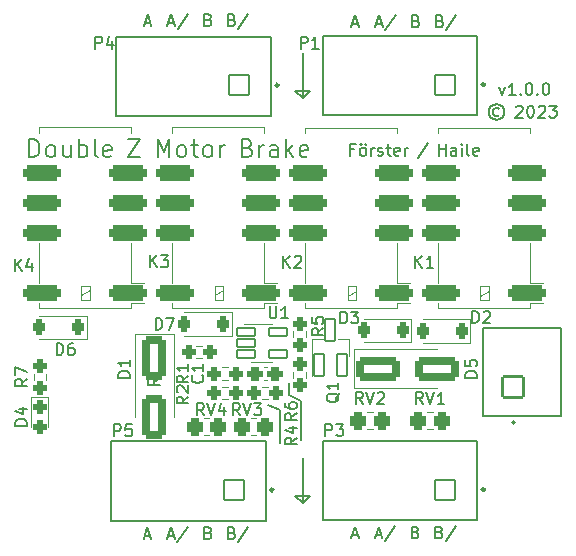
<source format=gto>
%TF.GenerationSoftware,KiCad,Pcbnew,(7.0.0)*%
%TF.CreationDate,2023-03-20T10:58:12+01:00*%
%TF.ProjectId,Z_Brake,5a5f4272-616b-4652-9e6b-696361645f70,rev?*%
%TF.SameCoordinates,Original*%
%TF.FileFunction,Legend,Top*%
%TF.FilePolarity,Positive*%
%FSLAX46Y46*%
G04 Gerber Fmt 4.6, Leading zero omitted, Abs format (unit mm)*
G04 Created by KiCad (PCBNEW (7.0.0)) date 2023-03-20 10:58:12*
%MOMM*%
%LPD*%
G01*
G04 APERTURE LIST*
G04 Aperture macros list*
%AMRoundRect*
0 Rectangle with rounded corners*
0 $1 Rounding radius*
0 $2 $3 $4 $5 $6 $7 $8 $9 X,Y pos of 4 corners*
0 Add a 4 corners polygon primitive as box body*
4,1,4,$2,$3,$4,$5,$6,$7,$8,$9,$2,$3,0*
0 Add four circle primitives for the rounded corners*
1,1,$1+$1,$2,$3*
1,1,$1+$1,$4,$5*
1,1,$1+$1,$6,$7*
1,1,$1+$1,$8,$9*
0 Add four rect primitives between the rounded corners*
20,1,$1+$1,$2,$3,$4,$5,0*
20,1,$1+$1,$4,$5,$6,$7,0*
20,1,$1+$1,$6,$7,$8,$9,0*
20,1,$1+$1,$8,$9,$2,$3,0*%
G04 Aperture macros list end*
%ADD10C,0.150000*%
%ADD11C,0.200000*%
%ADD12C,0.120000*%
%ADD13C,0.127000*%
%ADD14C,0.250000*%
%ADD15RoundRect,0.337500X0.300000X0.237500X-0.300000X0.237500X-0.300000X-0.237500X0.300000X-0.237500X0*%
%ADD16RoundRect,0.325000X0.225000X0.375000X-0.225000X0.375000X-0.225000X-0.375000X0.225000X-0.375000X0*%
%ADD17RoundRect,0.337500X-0.237500X0.287500X-0.237500X-0.287500X0.237500X-0.287500X0.237500X0.287500X0*%
%ADD18RoundRect,0.350000X-1.500000X-0.650000X1.500000X-0.650000X1.500000X0.650000X-1.500000X0.650000X0*%
%ADD19C,5.200000*%
%ADD20RoundRect,0.100000X-0.877500X0.877500X-0.877500X-0.877500X0.877500X-0.877500X0.877500X0.877500X0*%
%ADD21C,1.955000*%
%ADD22RoundRect,0.100000X0.400000X-0.950000X0.400000X0.950000X-0.400000X0.950000X-0.400000X-0.950000X0*%
%ADD23RoundRect,0.337500X0.250000X0.237500X-0.250000X0.237500X-0.250000X-0.237500X0.250000X-0.237500X0*%
%ADD24RoundRect,0.337500X-0.250000X-0.237500X0.250000X-0.237500X0.250000X0.237500X-0.250000X0.237500X0*%
%ADD25RoundRect,0.337500X-0.237500X0.250000X-0.237500X-0.250000X0.237500X-0.250000X0.237500X0.250000X0*%
%ADD26RoundRect,0.337500X0.237500X-0.250000X0.237500X0.250000X-0.237500X0.250000X-0.237500X-0.250000X0*%
%ADD27RoundRect,0.350000X0.350000X0.450000X-0.350000X0.450000X-0.350000X-0.450000X0.350000X-0.450000X0*%
%ADD28RoundRect,0.100000X-0.780000X-0.325000X0.780000X-0.325000X0.780000X0.325000X-0.780000X0.325000X0*%
%ADD29RoundRect,0.100000X-0.845000X-0.845000X0.845000X-0.845000X0.845000X0.845000X-0.845000X0.845000X0*%
%ADD30C,1.890000*%
%ADD31RoundRect,0.350000X-0.650000X1.500000X-0.650000X-1.500000X0.650000X-1.500000X0.650000X1.500000X0*%
%ADD32RoundRect,0.349750X1.250250X-0.305250X1.250250X0.305250X-1.250250X0.305250X-1.250250X-0.305250X0*%
G04 APERTURE END LIST*
D10*
X81280000Y-84455000D02*
X80645000Y-85090000D01*
X81280000Y-118745000D02*
X80645000Y-119380000D01*
X80645000Y-115570000D02*
X80645000Y-119380000D01*
X80010000Y-118745000D02*
X81280000Y-118745000D01*
X80645000Y-119380000D02*
X80010000Y-118745000D01*
X79502000Y-110236000D02*
X79502000Y-109220000D01*
X80010000Y-84455000D02*
X81280000Y-84455000D01*
X80518000Y-114046000D02*
X80518000Y-110744000D01*
X80645000Y-85090000D02*
X80010000Y-84455000D01*
X78740000Y-114300000D02*
X78740000Y-111506000D01*
X80645000Y-81280000D02*
X80645000Y-85090000D01*
X78740000Y-111506000D02*
X77724000Y-111048800D01*
X80518000Y-110744000D02*
X79502000Y-110236000D01*
X86898095Y-78781666D02*
X87374285Y-78781666D01*
X86802857Y-79067380D02*
X87136190Y-78067380D01*
X87136190Y-78067380D02*
X87469523Y-79067380D01*
X88517142Y-78019761D02*
X87660000Y-79305476D01*
X90271428Y-78543571D02*
X90414285Y-78591190D01*
X90414285Y-78591190D02*
X90461904Y-78638809D01*
X90461904Y-78638809D02*
X90509523Y-78734047D01*
X90509523Y-78734047D02*
X90509523Y-78876904D01*
X90509523Y-78876904D02*
X90461904Y-78972142D01*
X90461904Y-78972142D02*
X90414285Y-79019761D01*
X90414285Y-79019761D02*
X90319047Y-79067380D01*
X90319047Y-79067380D02*
X89938095Y-79067380D01*
X89938095Y-79067380D02*
X89938095Y-78067380D01*
X89938095Y-78067380D02*
X90271428Y-78067380D01*
X90271428Y-78067380D02*
X90366666Y-78115000D01*
X90366666Y-78115000D02*
X90414285Y-78162619D01*
X90414285Y-78162619D02*
X90461904Y-78257857D01*
X90461904Y-78257857D02*
X90461904Y-78353095D01*
X90461904Y-78353095D02*
X90414285Y-78448333D01*
X90414285Y-78448333D02*
X90366666Y-78495952D01*
X90366666Y-78495952D02*
X90271428Y-78543571D01*
X90271428Y-78543571D02*
X89938095Y-78543571D01*
X92287619Y-78543571D02*
X92430476Y-78591190D01*
X92430476Y-78591190D02*
X92478095Y-78638809D01*
X92478095Y-78638809D02*
X92525714Y-78734047D01*
X92525714Y-78734047D02*
X92525714Y-78876904D01*
X92525714Y-78876904D02*
X92478095Y-78972142D01*
X92478095Y-78972142D02*
X92430476Y-79019761D01*
X92430476Y-79019761D02*
X92335238Y-79067380D01*
X92335238Y-79067380D02*
X91954286Y-79067380D01*
X91954286Y-79067380D02*
X91954286Y-78067380D01*
X91954286Y-78067380D02*
X92287619Y-78067380D01*
X92287619Y-78067380D02*
X92382857Y-78115000D01*
X92382857Y-78115000D02*
X92430476Y-78162619D01*
X92430476Y-78162619D02*
X92478095Y-78257857D01*
X92478095Y-78257857D02*
X92478095Y-78353095D01*
X92478095Y-78353095D02*
X92430476Y-78448333D01*
X92430476Y-78448333D02*
X92382857Y-78495952D01*
X92382857Y-78495952D02*
X92287619Y-78543571D01*
X92287619Y-78543571D02*
X91954286Y-78543571D01*
X93668571Y-78019761D02*
X92811429Y-79305476D01*
X97262819Y-85965476D02*
X97167580Y-85917857D01*
X97167580Y-85917857D02*
X96977104Y-85917857D01*
X96977104Y-85917857D02*
X96881866Y-85965476D01*
X96881866Y-85965476D02*
X96786628Y-86060714D01*
X96786628Y-86060714D02*
X96739009Y-86155952D01*
X96739009Y-86155952D02*
X96739009Y-86346428D01*
X96739009Y-86346428D02*
X96786628Y-86441666D01*
X96786628Y-86441666D02*
X96881866Y-86536904D01*
X96881866Y-86536904D02*
X96977104Y-86584523D01*
X96977104Y-86584523D02*
X97167580Y-86584523D01*
X97167580Y-86584523D02*
X97262819Y-86536904D01*
X97072342Y-85584523D02*
X96834247Y-85632142D01*
X96834247Y-85632142D02*
X96596152Y-85775000D01*
X96596152Y-85775000D02*
X96453295Y-86013095D01*
X96453295Y-86013095D02*
X96405676Y-86251190D01*
X96405676Y-86251190D02*
X96453295Y-86489285D01*
X96453295Y-86489285D02*
X96596152Y-86727380D01*
X96596152Y-86727380D02*
X96834247Y-86870238D01*
X96834247Y-86870238D02*
X97072342Y-86917857D01*
X97072342Y-86917857D02*
X97310438Y-86870238D01*
X97310438Y-86870238D02*
X97548533Y-86727380D01*
X97548533Y-86727380D02*
X97691390Y-86489285D01*
X97691390Y-86489285D02*
X97739009Y-86251190D01*
X97739009Y-86251190D02*
X97691390Y-86013095D01*
X97691390Y-86013095D02*
X97548533Y-85775000D01*
X97548533Y-85775000D02*
X97310438Y-85632142D01*
X97310438Y-85632142D02*
X97072342Y-85584523D01*
X98719962Y-85822619D02*
X98767581Y-85775000D01*
X98767581Y-85775000D02*
X98862819Y-85727380D01*
X98862819Y-85727380D02*
X99100914Y-85727380D01*
X99100914Y-85727380D02*
X99196152Y-85775000D01*
X99196152Y-85775000D02*
X99243771Y-85822619D01*
X99243771Y-85822619D02*
X99291390Y-85917857D01*
X99291390Y-85917857D02*
X99291390Y-86013095D01*
X99291390Y-86013095D02*
X99243771Y-86155952D01*
X99243771Y-86155952D02*
X98672343Y-86727380D01*
X98672343Y-86727380D02*
X99291390Y-86727380D01*
X99910438Y-85727380D02*
X100005676Y-85727380D01*
X100005676Y-85727380D02*
X100100914Y-85775000D01*
X100100914Y-85775000D02*
X100148533Y-85822619D01*
X100148533Y-85822619D02*
X100196152Y-85917857D01*
X100196152Y-85917857D02*
X100243771Y-86108333D01*
X100243771Y-86108333D02*
X100243771Y-86346428D01*
X100243771Y-86346428D02*
X100196152Y-86536904D01*
X100196152Y-86536904D02*
X100148533Y-86632142D01*
X100148533Y-86632142D02*
X100100914Y-86679761D01*
X100100914Y-86679761D02*
X100005676Y-86727380D01*
X100005676Y-86727380D02*
X99910438Y-86727380D01*
X99910438Y-86727380D02*
X99815200Y-86679761D01*
X99815200Y-86679761D02*
X99767581Y-86632142D01*
X99767581Y-86632142D02*
X99719962Y-86536904D01*
X99719962Y-86536904D02*
X99672343Y-86346428D01*
X99672343Y-86346428D02*
X99672343Y-86108333D01*
X99672343Y-86108333D02*
X99719962Y-85917857D01*
X99719962Y-85917857D02*
X99767581Y-85822619D01*
X99767581Y-85822619D02*
X99815200Y-85775000D01*
X99815200Y-85775000D02*
X99910438Y-85727380D01*
X100624724Y-85822619D02*
X100672343Y-85775000D01*
X100672343Y-85775000D02*
X100767581Y-85727380D01*
X100767581Y-85727380D02*
X101005676Y-85727380D01*
X101005676Y-85727380D02*
X101100914Y-85775000D01*
X101100914Y-85775000D02*
X101148533Y-85822619D01*
X101148533Y-85822619D02*
X101196152Y-85917857D01*
X101196152Y-85917857D02*
X101196152Y-86013095D01*
X101196152Y-86013095D02*
X101148533Y-86155952D01*
X101148533Y-86155952D02*
X100577105Y-86727380D01*
X100577105Y-86727380D02*
X101196152Y-86727380D01*
X101529486Y-85727380D02*
X102148533Y-85727380D01*
X102148533Y-85727380D02*
X101815200Y-86108333D01*
X101815200Y-86108333D02*
X101958057Y-86108333D01*
X101958057Y-86108333D02*
X102053295Y-86155952D01*
X102053295Y-86155952D02*
X102100914Y-86203571D01*
X102100914Y-86203571D02*
X102148533Y-86298809D01*
X102148533Y-86298809D02*
X102148533Y-86536904D01*
X102148533Y-86536904D02*
X102100914Y-86632142D01*
X102100914Y-86632142D02*
X102053295Y-86679761D01*
X102053295Y-86679761D02*
X101958057Y-86727380D01*
X101958057Y-86727380D02*
X101672343Y-86727380D01*
X101672343Y-86727380D02*
X101577105Y-86679761D01*
X101577105Y-86679761D02*
X101529486Y-86632142D01*
X97297857Y-84155714D02*
X97535952Y-84822380D01*
X97535952Y-84822380D02*
X97774047Y-84155714D01*
X98678809Y-84822380D02*
X98107381Y-84822380D01*
X98393095Y-84822380D02*
X98393095Y-83822380D01*
X98393095Y-83822380D02*
X98297857Y-83965238D01*
X98297857Y-83965238D02*
X98202619Y-84060476D01*
X98202619Y-84060476D02*
X98107381Y-84108095D01*
X99107381Y-84727142D02*
X99155000Y-84774761D01*
X99155000Y-84774761D02*
X99107381Y-84822380D01*
X99107381Y-84822380D02*
X99059762Y-84774761D01*
X99059762Y-84774761D02*
X99107381Y-84727142D01*
X99107381Y-84727142D02*
X99107381Y-84822380D01*
X99774047Y-83822380D02*
X99869285Y-83822380D01*
X99869285Y-83822380D02*
X99964523Y-83870000D01*
X99964523Y-83870000D02*
X100012142Y-83917619D01*
X100012142Y-83917619D02*
X100059761Y-84012857D01*
X100059761Y-84012857D02*
X100107380Y-84203333D01*
X100107380Y-84203333D02*
X100107380Y-84441428D01*
X100107380Y-84441428D02*
X100059761Y-84631904D01*
X100059761Y-84631904D02*
X100012142Y-84727142D01*
X100012142Y-84727142D02*
X99964523Y-84774761D01*
X99964523Y-84774761D02*
X99869285Y-84822380D01*
X99869285Y-84822380D02*
X99774047Y-84822380D01*
X99774047Y-84822380D02*
X99678809Y-84774761D01*
X99678809Y-84774761D02*
X99631190Y-84727142D01*
X99631190Y-84727142D02*
X99583571Y-84631904D01*
X99583571Y-84631904D02*
X99535952Y-84441428D01*
X99535952Y-84441428D02*
X99535952Y-84203333D01*
X99535952Y-84203333D02*
X99583571Y-84012857D01*
X99583571Y-84012857D02*
X99631190Y-83917619D01*
X99631190Y-83917619D02*
X99678809Y-83870000D01*
X99678809Y-83870000D02*
X99774047Y-83822380D01*
X100535952Y-84727142D02*
X100583571Y-84774761D01*
X100583571Y-84774761D02*
X100535952Y-84822380D01*
X100535952Y-84822380D02*
X100488333Y-84774761D01*
X100488333Y-84774761D02*
X100535952Y-84727142D01*
X100535952Y-84727142D02*
X100535952Y-84822380D01*
X101202618Y-83822380D02*
X101297856Y-83822380D01*
X101297856Y-83822380D02*
X101393094Y-83870000D01*
X101393094Y-83870000D02*
X101440713Y-83917619D01*
X101440713Y-83917619D02*
X101488332Y-84012857D01*
X101488332Y-84012857D02*
X101535951Y-84203333D01*
X101535951Y-84203333D02*
X101535951Y-84441428D01*
X101535951Y-84441428D02*
X101488332Y-84631904D01*
X101488332Y-84631904D02*
X101440713Y-84727142D01*
X101440713Y-84727142D02*
X101393094Y-84774761D01*
X101393094Y-84774761D02*
X101297856Y-84822380D01*
X101297856Y-84822380D02*
X101202618Y-84822380D01*
X101202618Y-84822380D02*
X101107380Y-84774761D01*
X101107380Y-84774761D02*
X101059761Y-84727142D01*
X101059761Y-84727142D02*
X101012142Y-84631904D01*
X101012142Y-84631904D02*
X100964523Y-84441428D01*
X100964523Y-84441428D02*
X100964523Y-84203333D01*
X100964523Y-84203333D02*
X101012142Y-84012857D01*
X101012142Y-84012857D02*
X101059761Y-83917619D01*
X101059761Y-83917619D02*
X101107380Y-83870000D01*
X101107380Y-83870000D02*
X101202618Y-83822380D01*
X72664628Y-121890571D02*
X72807485Y-121938190D01*
X72807485Y-121938190D02*
X72855104Y-121985809D01*
X72855104Y-121985809D02*
X72902723Y-122081047D01*
X72902723Y-122081047D02*
X72902723Y-122223904D01*
X72902723Y-122223904D02*
X72855104Y-122319142D01*
X72855104Y-122319142D02*
X72807485Y-122366761D01*
X72807485Y-122366761D02*
X72712247Y-122414380D01*
X72712247Y-122414380D02*
X72331295Y-122414380D01*
X72331295Y-122414380D02*
X72331295Y-121414380D01*
X72331295Y-121414380D02*
X72664628Y-121414380D01*
X72664628Y-121414380D02*
X72759866Y-121462000D01*
X72759866Y-121462000D02*
X72807485Y-121509619D01*
X72807485Y-121509619D02*
X72855104Y-121604857D01*
X72855104Y-121604857D02*
X72855104Y-121700095D01*
X72855104Y-121700095D02*
X72807485Y-121795333D01*
X72807485Y-121795333D02*
X72759866Y-121842952D01*
X72759866Y-121842952D02*
X72664628Y-121890571D01*
X72664628Y-121890571D02*
X72331295Y-121890571D01*
X67275105Y-122128666D02*
X67751295Y-122128666D01*
X67179867Y-122414380D02*
X67513200Y-121414380D01*
X67513200Y-121414380D02*
X67846533Y-122414380D01*
X67281905Y-78681666D02*
X67758095Y-78681666D01*
X67186667Y-78967380D02*
X67520000Y-77967380D01*
X67520000Y-77967380D02*
X67853333Y-78967380D01*
X85026428Y-89428571D02*
X84693095Y-89428571D01*
X84693095Y-89952380D02*
X84693095Y-88952380D01*
X84693095Y-88952380D02*
X85169285Y-88952380D01*
X85693095Y-89952380D02*
X85597857Y-89904761D01*
X85597857Y-89904761D02*
X85550238Y-89857142D01*
X85550238Y-89857142D02*
X85502619Y-89761904D01*
X85502619Y-89761904D02*
X85502619Y-89476190D01*
X85502619Y-89476190D02*
X85550238Y-89380952D01*
X85550238Y-89380952D02*
X85597857Y-89333333D01*
X85597857Y-89333333D02*
X85693095Y-89285714D01*
X85693095Y-89285714D02*
X85835952Y-89285714D01*
X85835952Y-89285714D02*
X85931190Y-89333333D01*
X85931190Y-89333333D02*
X85978809Y-89380952D01*
X85978809Y-89380952D02*
X86026428Y-89476190D01*
X86026428Y-89476190D02*
X86026428Y-89761904D01*
X86026428Y-89761904D02*
X85978809Y-89857142D01*
X85978809Y-89857142D02*
X85931190Y-89904761D01*
X85931190Y-89904761D02*
X85835952Y-89952380D01*
X85835952Y-89952380D02*
X85693095Y-89952380D01*
X85597857Y-88952380D02*
X85645476Y-89000000D01*
X85645476Y-89000000D02*
X85597857Y-89047619D01*
X85597857Y-89047619D02*
X85550238Y-89000000D01*
X85550238Y-89000000D02*
X85597857Y-88952380D01*
X85597857Y-88952380D02*
X85597857Y-89047619D01*
X85978809Y-88952380D02*
X86026428Y-89000000D01*
X86026428Y-89000000D02*
X85978809Y-89047619D01*
X85978809Y-89047619D02*
X85931190Y-89000000D01*
X85931190Y-89000000D02*
X85978809Y-88952380D01*
X85978809Y-88952380D02*
X85978809Y-89047619D01*
X86455000Y-89952380D02*
X86455000Y-89285714D01*
X86455000Y-89476190D02*
X86502619Y-89380952D01*
X86502619Y-89380952D02*
X86550238Y-89333333D01*
X86550238Y-89333333D02*
X86645476Y-89285714D01*
X86645476Y-89285714D02*
X86740714Y-89285714D01*
X87026429Y-89904761D02*
X87121667Y-89952380D01*
X87121667Y-89952380D02*
X87312143Y-89952380D01*
X87312143Y-89952380D02*
X87407381Y-89904761D01*
X87407381Y-89904761D02*
X87455000Y-89809523D01*
X87455000Y-89809523D02*
X87455000Y-89761904D01*
X87455000Y-89761904D02*
X87407381Y-89666666D01*
X87407381Y-89666666D02*
X87312143Y-89619047D01*
X87312143Y-89619047D02*
X87169286Y-89619047D01*
X87169286Y-89619047D02*
X87074048Y-89571428D01*
X87074048Y-89571428D02*
X87026429Y-89476190D01*
X87026429Y-89476190D02*
X87026429Y-89428571D01*
X87026429Y-89428571D02*
X87074048Y-89333333D01*
X87074048Y-89333333D02*
X87169286Y-89285714D01*
X87169286Y-89285714D02*
X87312143Y-89285714D01*
X87312143Y-89285714D02*
X87407381Y-89333333D01*
X87740715Y-89285714D02*
X88121667Y-89285714D01*
X87883572Y-88952380D02*
X87883572Y-89809523D01*
X87883572Y-89809523D02*
X87931191Y-89904761D01*
X87931191Y-89904761D02*
X88026429Y-89952380D01*
X88026429Y-89952380D02*
X88121667Y-89952380D01*
X88835953Y-89904761D02*
X88740715Y-89952380D01*
X88740715Y-89952380D02*
X88550239Y-89952380D01*
X88550239Y-89952380D02*
X88455001Y-89904761D01*
X88455001Y-89904761D02*
X88407382Y-89809523D01*
X88407382Y-89809523D02*
X88407382Y-89428571D01*
X88407382Y-89428571D02*
X88455001Y-89333333D01*
X88455001Y-89333333D02*
X88550239Y-89285714D01*
X88550239Y-89285714D02*
X88740715Y-89285714D01*
X88740715Y-89285714D02*
X88835953Y-89333333D01*
X88835953Y-89333333D02*
X88883572Y-89428571D01*
X88883572Y-89428571D02*
X88883572Y-89523809D01*
X88883572Y-89523809D02*
X88407382Y-89619047D01*
X89312144Y-89952380D02*
X89312144Y-89285714D01*
X89312144Y-89476190D02*
X89359763Y-89380952D01*
X89359763Y-89380952D02*
X89407382Y-89333333D01*
X89407382Y-89333333D02*
X89502620Y-89285714D01*
X89502620Y-89285714D02*
X89597858Y-89285714D01*
X91245477Y-88904761D02*
X90388335Y-90190476D01*
X92178811Y-89952380D02*
X92178811Y-88952380D01*
X92178811Y-89428571D02*
X92750239Y-89428571D01*
X92750239Y-89952380D02*
X92750239Y-88952380D01*
X93655001Y-89952380D02*
X93655001Y-89428571D01*
X93655001Y-89428571D02*
X93607382Y-89333333D01*
X93607382Y-89333333D02*
X93512144Y-89285714D01*
X93512144Y-89285714D02*
X93321668Y-89285714D01*
X93321668Y-89285714D02*
X93226430Y-89333333D01*
X93655001Y-89904761D02*
X93559763Y-89952380D01*
X93559763Y-89952380D02*
X93321668Y-89952380D01*
X93321668Y-89952380D02*
X93226430Y-89904761D01*
X93226430Y-89904761D02*
X93178811Y-89809523D01*
X93178811Y-89809523D02*
X93178811Y-89714285D01*
X93178811Y-89714285D02*
X93226430Y-89619047D01*
X93226430Y-89619047D02*
X93321668Y-89571428D01*
X93321668Y-89571428D02*
X93559763Y-89571428D01*
X93559763Y-89571428D02*
X93655001Y-89523809D01*
X94131192Y-89952380D02*
X94131192Y-89285714D01*
X94131192Y-88952380D02*
X94083573Y-89000000D01*
X94083573Y-89000000D02*
X94131192Y-89047619D01*
X94131192Y-89047619D02*
X94178811Y-89000000D01*
X94178811Y-89000000D02*
X94131192Y-88952380D01*
X94131192Y-88952380D02*
X94131192Y-89047619D01*
X94750239Y-89952380D02*
X94655001Y-89904761D01*
X94655001Y-89904761D02*
X94607382Y-89809523D01*
X94607382Y-89809523D02*
X94607382Y-88952380D01*
X95512144Y-89904761D02*
X95416906Y-89952380D01*
X95416906Y-89952380D02*
X95226430Y-89952380D01*
X95226430Y-89952380D02*
X95131192Y-89904761D01*
X95131192Y-89904761D02*
X95083573Y-89809523D01*
X95083573Y-89809523D02*
X95083573Y-89428571D01*
X95083573Y-89428571D02*
X95131192Y-89333333D01*
X95131192Y-89333333D02*
X95226430Y-89285714D01*
X95226430Y-89285714D02*
X95416906Y-89285714D01*
X95416906Y-89285714D02*
X95512144Y-89333333D01*
X95512144Y-89333333D02*
X95559763Y-89428571D01*
X95559763Y-89428571D02*
X95559763Y-89523809D01*
X95559763Y-89523809D02*
X95083573Y-89619047D01*
X90216028Y-121839771D02*
X90358885Y-121887390D01*
X90358885Y-121887390D02*
X90406504Y-121935009D01*
X90406504Y-121935009D02*
X90454123Y-122030247D01*
X90454123Y-122030247D02*
X90454123Y-122173104D01*
X90454123Y-122173104D02*
X90406504Y-122268342D01*
X90406504Y-122268342D02*
X90358885Y-122315961D01*
X90358885Y-122315961D02*
X90263647Y-122363580D01*
X90263647Y-122363580D02*
X89882695Y-122363580D01*
X89882695Y-122363580D02*
X89882695Y-121363580D01*
X89882695Y-121363580D02*
X90216028Y-121363580D01*
X90216028Y-121363580D02*
X90311266Y-121411200D01*
X90311266Y-121411200D02*
X90358885Y-121458819D01*
X90358885Y-121458819D02*
X90406504Y-121554057D01*
X90406504Y-121554057D02*
X90406504Y-121649295D01*
X90406504Y-121649295D02*
X90358885Y-121744533D01*
X90358885Y-121744533D02*
X90311266Y-121792152D01*
X90311266Y-121792152D02*
X90216028Y-121839771D01*
X90216028Y-121839771D02*
X89882695Y-121839771D01*
X86842695Y-122077866D02*
X87318885Y-122077866D01*
X86747457Y-122363580D02*
X87080790Y-121363580D01*
X87080790Y-121363580D02*
X87414123Y-122363580D01*
X88461742Y-121315961D02*
X87604600Y-122601676D01*
X92232219Y-121839771D02*
X92375076Y-121887390D01*
X92375076Y-121887390D02*
X92422695Y-121935009D01*
X92422695Y-121935009D02*
X92470314Y-122030247D01*
X92470314Y-122030247D02*
X92470314Y-122173104D01*
X92470314Y-122173104D02*
X92422695Y-122268342D01*
X92422695Y-122268342D02*
X92375076Y-122315961D01*
X92375076Y-122315961D02*
X92279838Y-122363580D01*
X92279838Y-122363580D02*
X91898886Y-122363580D01*
X91898886Y-122363580D02*
X91898886Y-121363580D01*
X91898886Y-121363580D02*
X92232219Y-121363580D01*
X92232219Y-121363580D02*
X92327457Y-121411200D01*
X92327457Y-121411200D02*
X92375076Y-121458819D01*
X92375076Y-121458819D02*
X92422695Y-121554057D01*
X92422695Y-121554057D02*
X92422695Y-121649295D01*
X92422695Y-121649295D02*
X92375076Y-121744533D01*
X92375076Y-121744533D02*
X92327457Y-121792152D01*
X92327457Y-121792152D02*
X92232219Y-121839771D01*
X92232219Y-121839771D02*
X91898886Y-121839771D01*
X93613171Y-121315961D02*
X92756029Y-122601676D01*
X72671428Y-78443571D02*
X72814285Y-78491190D01*
X72814285Y-78491190D02*
X72861904Y-78538809D01*
X72861904Y-78538809D02*
X72909523Y-78634047D01*
X72909523Y-78634047D02*
X72909523Y-78776904D01*
X72909523Y-78776904D02*
X72861904Y-78872142D01*
X72861904Y-78872142D02*
X72814285Y-78919761D01*
X72814285Y-78919761D02*
X72719047Y-78967380D01*
X72719047Y-78967380D02*
X72338095Y-78967380D01*
X72338095Y-78967380D02*
X72338095Y-77967380D01*
X72338095Y-77967380D02*
X72671428Y-77967380D01*
X72671428Y-77967380D02*
X72766666Y-78015000D01*
X72766666Y-78015000D02*
X72814285Y-78062619D01*
X72814285Y-78062619D02*
X72861904Y-78157857D01*
X72861904Y-78157857D02*
X72861904Y-78253095D01*
X72861904Y-78253095D02*
X72814285Y-78348333D01*
X72814285Y-78348333D02*
X72766666Y-78395952D01*
X72766666Y-78395952D02*
X72671428Y-78443571D01*
X72671428Y-78443571D02*
X72338095Y-78443571D01*
D11*
X57507142Y-90086071D02*
X57507142Y-88586071D01*
X57507142Y-88586071D02*
X57864285Y-88586071D01*
X57864285Y-88586071D02*
X58078571Y-88657500D01*
X58078571Y-88657500D02*
X58221428Y-88800357D01*
X58221428Y-88800357D02*
X58292857Y-88943214D01*
X58292857Y-88943214D02*
X58364285Y-89228928D01*
X58364285Y-89228928D02*
X58364285Y-89443214D01*
X58364285Y-89443214D02*
X58292857Y-89728928D01*
X58292857Y-89728928D02*
X58221428Y-89871785D01*
X58221428Y-89871785D02*
X58078571Y-90014642D01*
X58078571Y-90014642D02*
X57864285Y-90086071D01*
X57864285Y-90086071D02*
X57507142Y-90086071D01*
X59221428Y-90086071D02*
X59078571Y-90014642D01*
X59078571Y-90014642D02*
X59007142Y-89943214D01*
X59007142Y-89943214D02*
X58935714Y-89800357D01*
X58935714Y-89800357D02*
X58935714Y-89371785D01*
X58935714Y-89371785D02*
X59007142Y-89228928D01*
X59007142Y-89228928D02*
X59078571Y-89157500D01*
X59078571Y-89157500D02*
X59221428Y-89086071D01*
X59221428Y-89086071D02*
X59435714Y-89086071D01*
X59435714Y-89086071D02*
X59578571Y-89157500D01*
X59578571Y-89157500D02*
X59650000Y-89228928D01*
X59650000Y-89228928D02*
X59721428Y-89371785D01*
X59721428Y-89371785D02*
X59721428Y-89800357D01*
X59721428Y-89800357D02*
X59650000Y-89943214D01*
X59650000Y-89943214D02*
X59578571Y-90014642D01*
X59578571Y-90014642D02*
X59435714Y-90086071D01*
X59435714Y-90086071D02*
X59221428Y-90086071D01*
X61007143Y-89086071D02*
X61007143Y-90086071D01*
X60364285Y-89086071D02*
X60364285Y-89871785D01*
X60364285Y-89871785D02*
X60435714Y-90014642D01*
X60435714Y-90014642D02*
X60578571Y-90086071D01*
X60578571Y-90086071D02*
X60792857Y-90086071D01*
X60792857Y-90086071D02*
X60935714Y-90014642D01*
X60935714Y-90014642D02*
X61007143Y-89943214D01*
X61721428Y-90086071D02*
X61721428Y-88586071D01*
X61721428Y-89157500D02*
X61864286Y-89086071D01*
X61864286Y-89086071D02*
X62150000Y-89086071D01*
X62150000Y-89086071D02*
X62292857Y-89157500D01*
X62292857Y-89157500D02*
X62364286Y-89228928D01*
X62364286Y-89228928D02*
X62435714Y-89371785D01*
X62435714Y-89371785D02*
X62435714Y-89800357D01*
X62435714Y-89800357D02*
X62364286Y-89943214D01*
X62364286Y-89943214D02*
X62292857Y-90014642D01*
X62292857Y-90014642D02*
X62150000Y-90086071D01*
X62150000Y-90086071D02*
X61864286Y-90086071D01*
X61864286Y-90086071D02*
X61721428Y-90014642D01*
X63292857Y-90086071D02*
X63150000Y-90014642D01*
X63150000Y-90014642D02*
X63078571Y-89871785D01*
X63078571Y-89871785D02*
X63078571Y-88586071D01*
X64435714Y-90014642D02*
X64292857Y-90086071D01*
X64292857Y-90086071D02*
X64007143Y-90086071D01*
X64007143Y-90086071D02*
X63864285Y-90014642D01*
X63864285Y-90014642D02*
X63792857Y-89871785D01*
X63792857Y-89871785D02*
X63792857Y-89300357D01*
X63792857Y-89300357D02*
X63864285Y-89157500D01*
X63864285Y-89157500D02*
X64007143Y-89086071D01*
X64007143Y-89086071D02*
X64292857Y-89086071D01*
X64292857Y-89086071D02*
X64435714Y-89157500D01*
X64435714Y-89157500D02*
X64507143Y-89300357D01*
X64507143Y-89300357D02*
X64507143Y-89443214D01*
X64507143Y-89443214D02*
X63792857Y-89586071D01*
X65907142Y-88586071D02*
X66907142Y-88586071D01*
X66907142Y-88586071D02*
X65907142Y-90086071D01*
X65907142Y-90086071D02*
X66907142Y-90086071D01*
X68378570Y-90086071D02*
X68378570Y-88586071D01*
X68378570Y-88586071D02*
X68878570Y-89657500D01*
X68878570Y-89657500D02*
X69378570Y-88586071D01*
X69378570Y-88586071D02*
X69378570Y-90086071D01*
X70307142Y-90086071D02*
X70164285Y-90014642D01*
X70164285Y-90014642D02*
X70092856Y-89943214D01*
X70092856Y-89943214D02*
X70021428Y-89800357D01*
X70021428Y-89800357D02*
X70021428Y-89371785D01*
X70021428Y-89371785D02*
X70092856Y-89228928D01*
X70092856Y-89228928D02*
X70164285Y-89157500D01*
X70164285Y-89157500D02*
X70307142Y-89086071D01*
X70307142Y-89086071D02*
X70521428Y-89086071D01*
X70521428Y-89086071D02*
X70664285Y-89157500D01*
X70664285Y-89157500D02*
X70735714Y-89228928D01*
X70735714Y-89228928D02*
X70807142Y-89371785D01*
X70807142Y-89371785D02*
X70807142Y-89800357D01*
X70807142Y-89800357D02*
X70735714Y-89943214D01*
X70735714Y-89943214D02*
X70664285Y-90014642D01*
X70664285Y-90014642D02*
X70521428Y-90086071D01*
X70521428Y-90086071D02*
X70307142Y-90086071D01*
X71235714Y-89086071D02*
X71807142Y-89086071D01*
X71449999Y-88586071D02*
X71449999Y-89871785D01*
X71449999Y-89871785D02*
X71521428Y-90014642D01*
X71521428Y-90014642D02*
X71664285Y-90086071D01*
X71664285Y-90086071D02*
X71807142Y-90086071D01*
X72521428Y-90086071D02*
X72378571Y-90014642D01*
X72378571Y-90014642D02*
X72307142Y-89943214D01*
X72307142Y-89943214D02*
X72235714Y-89800357D01*
X72235714Y-89800357D02*
X72235714Y-89371785D01*
X72235714Y-89371785D02*
X72307142Y-89228928D01*
X72307142Y-89228928D02*
X72378571Y-89157500D01*
X72378571Y-89157500D02*
X72521428Y-89086071D01*
X72521428Y-89086071D02*
X72735714Y-89086071D01*
X72735714Y-89086071D02*
X72878571Y-89157500D01*
X72878571Y-89157500D02*
X72950000Y-89228928D01*
X72950000Y-89228928D02*
X73021428Y-89371785D01*
X73021428Y-89371785D02*
X73021428Y-89800357D01*
X73021428Y-89800357D02*
X72950000Y-89943214D01*
X72950000Y-89943214D02*
X72878571Y-90014642D01*
X72878571Y-90014642D02*
X72735714Y-90086071D01*
X72735714Y-90086071D02*
X72521428Y-90086071D01*
X73664285Y-90086071D02*
X73664285Y-89086071D01*
X73664285Y-89371785D02*
X73735714Y-89228928D01*
X73735714Y-89228928D02*
X73807143Y-89157500D01*
X73807143Y-89157500D02*
X73950000Y-89086071D01*
X73950000Y-89086071D02*
X74092857Y-89086071D01*
X75992856Y-89300357D02*
X76207142Y-89371785D01*
X76207142Y-89371785D02*
X76278571Y-89443214D01*
X76278571Y-89443214D02*
X76349999Y-89586071D01*
X76349999Y-89586071D02*
X76349999Y-89800357D01*
X76349999Y-89800357D02*
X76278571Y-89943214D01*
X76278571Y-89943214D02*
X76207142Y-90014642D01*
X76207142Y-90014642D02*
X76064285Y-90086071D01*
X76064285Y-90086071D02*
X75492856Y-90086071D01*
X75492856Y-90086071D02*
X75492856Y-88586071D01*
X75492856Y-88586071D02*
X75992856Y-88586071D01*
X75992856Y-88586071D02*
X76135714Y-88657500D01*
X76135714Y-88657500D02*
X76207142Y-88728928D01*
X76207142Y-88728928D02*
X76278571Y-88871785D01*
X76278571Y-88871785D02*
X76278571Y-89014642D01*
X76278571Y-89014642D02*
X76207142Y-89157500D01*
X76207142Y-89157500D02*
X76135714Y-89228928D01*
X76135714Y-89228928D02*
X75992856Y-89300357D01*
X75992856Y-89300357D02*
X75492856Y-89300357D01*
X76992856Y-90086071D02*
X76992856Y-89086071D01*
X76992856Y-89371785D02*
X77064285Y-89228928D01*
X77064285Y-89228928D02*
X77135714Y-89157500D01*
X77135714Y-89157500D02*
X77278571Y-89086071D01*
X77278571Y-89086071D02*
X77421428Y-89086071D01*
X78564285Y-90086071D02*
X78564285Y-89300357D01*
X78564285Y-89300357D02*
X78492856Y-89157500D01*
X78492856Y-89157500D02*
X78349999Y-89086071D01*
X78349999Y-89086071D02*
X78064285Y-89086071D01*
X78064285Y-89086071D02*
X77921427Y-89157500D01*
X78564285Y-90014642D02*
X78421427Y-90086071D01*
X78421427Y-90086071D02*
X78064285Y-90086071D01*
X78064285Y-90086071D02*
X77921427Y-90014642D01*
X77921427Y-90014642D02*
X77849999Y-89871785D01*
X77849999Y-89871785D02*
X77849999Y-89728928D01*
X77849999Y-89728928D02*
X77921427Y-89586071D01*
X77921427Y-89586071D02*
X78064285Y-89514642D01*
X78064285Y-89514642D02*
X78421427Y-89514642D01*
X78421427Y-89514642D02*
X78564285Y-89443214D01*
X79278570Y-90086071D02*
X79278570Y-88586071D01*
X79421428Y-89514642D02*
X79849999Y-90086071D01*
X79849999Y-89086071D02*
X79278570Y-89657500D01*
X81064285Y-90014642D02*
X80921428Y-90086071D01*
X80921428Y-90086071D02*
X80635714Y-90086071D01*
X80635714Y-90086071D02*
X80492856Y-90014642D01*
X80492856Y-90014642D02*
X80421428Y-89871785D01*
X80421428Y-89871785D02*
X80421428Y-89300357D01*
X80421428Y-89300357D02*
X80492856Y-89157500D01*
X80492856Y-89157500D02*
X80635714Y-89086071D01*
X80635714Y-89086071D02*
X80921428Y-89086071D01*
X80921428Y-89086071D02*
X81064285Y-89157500D01*
X81064285Y-89157500D02*
X81135714Y-89300357D01*
X81135714Y-89300357D02*
X81135714Y-89443214D01*
X81135714Y-89443214D02*
X80421428Y-89586071D01*
D10*
X74687619Y-78443571D02*
X74830476Y-78491190D01*
X74830476Y-78491190D02*
X74878095Y-78538809D01*
X74878095Y-78538809D02*
X74925714Y-78634047D01*
X74925714Y-78634047D02*
X74925714Y-78776904D01*
X74925714Y-78776904D02*
X74878095Y-78872142D01*
X74878095Y-78872142D02*
X74830476Y-78919761D01*
X74830476Y-78919761D02*
X74735238Y-78967380D01*
X74735238Y-78967380D02*
X74354286Y-78967380D01*
X74354286Y-78967380D02*
X74354286Y-77967380D01*
X74354286Y-77967380D02*
X74687619Y-77967380D01*
X74687619Y-77967380D02*
X74782857Y-78015000D01*
X74782857Y-78015000D02*
X74830476Y-78062619D01*
X74830476Y-78062619D02*
X74878095Y-78157857D01*
X74878095Y-78157857D02*
X74878095Y-78253095D01*
X74878095Y-78253095D02*
X74830476Y-78348333D01*
X74830476Y-78348333D02*
X74782857Y-78395952D01*
X74782857Y-78395952D02*
X74687619Y-78443571D01*
X74687619Y-78443571D02*
X74354286Y-78443571D01*
X76068571Y-77919761D02*
X75211429Y-79205476D01*
X69298095Y-78681666D02*
X69774285Y-78681666D01*
X69202857Y-78967380D02*
X69536190Y-77967380D01*
X69536190Y-77967380D02*
X69869523Y-78967380D01*
X70917142Y-77919761D02*
X70060000Y-79205476D01*
X84881905Y-78781666D02*
X85358095Y-78781666D01*
X84786667Y-79067380D02*
X85120000Y-78067380D01*
X85120000Y-78067380D02*
X85453333Y-79067380D01*
X84826505Y-122077866D02*
X85302695Y-122077866D01*
X84731267Y-122363580D02*
X85064600Y-121363580D01*
X85064600Y-121363580D02*
X85397933Y-122363580D01*
X69291295Y-122128666D02*
X69767485Y-122128666D01*
X69196057Y-122414380D02*
X69529390Y-121414380D01*
X69529390Y-121414380D02*
X69862723Y-122414380D01*
X70910342Y-121366761D02*
X70053200Y-122652476D01*
X74680819Y-121890571D02*
X74823676Y-121938190D01*
X74823676Y-121938190D02*
X74871295Y-121985809D01*
X74871295Y-121985809D02*
X74918914Y-122081047D01*
X74918914Y-122081047D02*
X74918914Y-122223904D01*
X74918914Y-122223904D02*
X74871295Y-122319142D01*
X74871295Y-122319142D02*
X74823676Y-122366761D01*
X74823676Y-122366761D02*
X74728438Y-122414380D01*
X74728438Y-122414380D02*
X74347486Y-122414380D01*
X74347486Y-122414380D02*
X74347486Y-121414380D01*
X74347486Y-121414380D02*
X74680819Y-121414380D01*
X74680819Y-121414380D02*
X74776057Y-121462000D01*
X74776057Y-121462000D02*
X74823676Y-121509619D01*
X74823676Y-121509619D02*
X74871295Y-121604857D01*
X74871295Y-121604857D02*
X74871295Y-121700095D01*
X74871295Y-121700095D02*
X74823676Y-121795333D01*
X74823676Y-121795333D02*
X74776057Y-121842952D01*
X74776057Y-121842952D02*
X74680819Y-121890571D01*
X74680819Y-121890571D02*
X74347486Y-121890571D01*
X76061771Y-121366761D02*
X75204629Y-122652476D01*
%TO.C,C1*%
X72154142Y-108566666D02*
X72201761Y-108614285D01*
X72201761Y-108614285D02*
X72249380Y-108757142D01*
X72249380Y-108757142D02*
X72249380Y-108852380D01*
X72249380Y-108852380D02*
X72201761Y-108995237D01*
X72201761Y-108995237D02*
X72106523Y-109090475D01*
X72106523Y-109090475D02*
X72011285Y-109138094D01*
X72011285Y-109138094D02*
X71820809Y-109185713D01*
X71820809Y-109185713D02*
X71677952Y-109185713D01*
X71677952Y-109185713D02*
X71487476Y-109138094D01*
X71487476Y-109138094D02*
X71392238Y-109090475D01*
X71392238Y-109090475D02*
X71297000Y-108995237D01*
X71297000Y-108995237D02*
X71249380Y-108852380D01*
X71249380Y-108852380D02*
X71249380Y-108757142D01*
X71249380Y-108757142D02*
X71297000Y-108614285D01*
X71297000Y-108614285D02*
X71344619Y-108566666D01*
X72249380Y-107614285D02*
X72249380Y-108185713D01*
X72249380Y-107899999D02*
X71249380Y-107899999D01*
X71249380Y-107899999D02*
X71392238Y-107995237D01*
X71392238Y-107995237D02*
X71487476Y-108090475D01*
X71487476Y-108090475D02*
X71535095Y-108185713D01*
%TO.C,D3*%
X83843905Y-104151780D02*
X83843905Y-103151780D01*
X83843905Y-103151780D02*
X84082000Y-103151780D01*
X84082000Y-103151780D02*
X84224857Y-103199400D01*
X84224857Y-103199400D02*
X84320095Y-103294638D01*
X84320095Y-103294638D02*
X84367714Y-103389876D01*
X84367714Y-103389876D02*
X84415333Y-103580352D01*
X84415333Y-103580352D02*
X84415333Y-103723209D01*
X84415333Y-103723209D02*
X84367714Y-103913685D01*
X84367714Y-103913685D02*
X84320095Y-104008923D01*
X84320095Y-104008923D02*
X84224857Y-104104161D01*
X84224857Y-104104161D02*
X84082000Y-104151780D01*
X84082000Y-104151780D02*
X83843905Y-104151780D01*
X84748667Y-103151780D02*
X85367714Y-103151780D01*
X85367714Y-103151780D02*
X85034381Y-103532733D01*
X85034381Y-103532733D02*
X85177238Y-103532733D01*
X85177238Y-103532733D02*
X85272476Y-103580352D01*
X85272476Y-103580352D02*
X85320095Y-103627971D01*
X85320095Y-103627971D02*
X85367714Y-103723209D01*
X85367714Y-103723209D02*
X85367714Y-103961304D01*
X85367714Y-103961304D02*
X85320095Y-104056542D01*
X85320095Y-104056542D02*
X85272476Y-104104161D01*
X85272476Y-104104161D02*
X85177238Y-104151780D01*
X85177238Y-104151780D02*
X84891524Y-104151780D01*
X84891524Y-104151780D02*
X84796286Y-104104161D01*
X84796286Y-104104161D02*
X84748667Y-104056542D01*
%TO.C,D4*%
X57314180Y-112802894D02*
X56314180Y-112802894D01*
X56314180Y-112802894D02*
X56314180Y-112564799D01*
X56314180Y-112564799D02*
X56361800Y-112421942D01*
X56361800Y-112421942D02*
X56457038Y-112326704D01*
X56457038Y-112326704D02*
X56552276Y-112279085D01*
X56552276Y-112279085D02*
X56742752Y-112231466D01*
X56742752Y-112231466D02*
X56885609Y-112231466D01*
X56885609Y-112231466D02*
X57076085Y-112279085D01*
X57076085Y-112279085D02*
X57171323Y-112326704D01*
X57171323Y-112326704D02*
X57266561Y-112421942D01*
X57266561Y-112421942D02*
X57314180Y-112564799D01*
X57314180Y-112564799D02*
X57314180Y-112802894D01*
X56647514Y-111374323D02*
X57314180Y-111374323D01*
X56266561Y-111612418D02*
X56980847Y-111850513D01*
X56980847Y-111850513D02*
X56980847Y-111231466D01*
%TO.C,D5*%
X95414180Y-108738894D02*
X94414180Y-108738894D01*
X94414180Y-108738894D02*
X94414180Y-108500799D01*
X94414180Y-108500799D02*
X94461800Y-108357942D01*
X94461800Y-108357942D02*
X94557038Y-108262704D01*
X94557038Y-108262704D02*
X94652276Y-108215085D01*
X94652276Y-108215085D02*
X94842752Y-108167466D01*
X94842752Y-108167466D02*
X94985609Y-108167466D01*
X94985609Y-108167466D02*
X95176085Y-108215085D01*
X95176085Y-108215085D02*
X95271323Y-108262704D01*
X95271323Y-108262704D02*
X95366561Y-108357942D01*
X95366561Y-108357942D02*
X95414180Y-108500799D01*
X95414180Y-108500799D02*
X95414180Y-108738894D01*
X94414180Y-107262704D02*
X94414180Y-107738894D01*
X94414180Y-107738894D02*
X94890371Y-107786513D01*
X94890371Y-107786513D02*
X94842752Y-107738894D01*
X94842752Y-107738894D02*
X94795133Y-107643656D01*
X94795133Y-107643656D02*
X94795133Y-107405561D01*
X94795133Y-107405561D02*
X94842752Y-107310323D01*
X94842752Y-107310323D02*
X94890371Y-107262704D01*
X94890371Y-107262704D02*
X94985609Y-107215085D01*
X94985609Y-107215085D02*
X95223704Y-107215085D01*
X95223704Y-107215085D02*
X95318942Y-107262704D01*
X95318942Y-107262704D02*
X95366561Y-107310323D01*
X95366561Y-107310323D02*
X95414180Y-107405561D01*
X95414180Y-107405561D02*
X95414180Y-107643656D01*
X95414180Y-107643656D02*
X95366561Y-107738894D01*
X95366561Y-107738894D02*
X95318942Y-107786513D01*
%TO.C,Q1*%
X83774619Y-110077238D02*
X83727000Y-110172476D01*
X83727000Y-110172476D02*
X83631761Y-110267714D01*
X83631761Y-110267714D02*
X83488904Y-110410571D01*
X83488904Y-110410571D02*
X83441285Y-110505809D01*
X83441285Y-110505809D02*
X83441285Y-110601047D01*
X83679380Y-110553428D02*
X83631761Y-110648666D01*
X83631761Y-110648666D02*
X83536523Y-110743904D01*
X83536523Y-110743904D02*
X83346047Y-110791523D01*
X83346047Y-110791523D02*
X83012714Y-110791523D01*
X83012714Y-110791523D02*
X82822238Y-110743904D01*
X82822238Y-110743904D02*
X82727000Y-110648666D01*
X82727000Y-110648666D02*
X82679380Y-110553428D01*
X82679380Y-110553428D02*
X82679380Y-110362952D01*
X82679380Y-110362952D02*
X82727000Y-110267714D01*
X82727000Y-110267714D02*
X82822238Y-110172476D01*
X82822238Y-110172476D02*
X83012714Y-110124857D01*
X83012714Y-110124857D02*
X83346047Y-110124857D01*
X83346047Y-110124857D02*
X83536523Y-110172476D01*
X83536523Y-110172476D02*
X83631761Y-110267714D01*
X83631761Y-110267714D02*
X83679380Y-110362952D01*
X83679380Y-110362952D02*
X83679380Y-110553428D01*
X83679380Y-109172476D02*
X83679380Y-109743904D01*
X83679380Y-109458190D02*
X82679380Y-109458190D01*
X82679380Y-109458190D02*
X82822238Y-109553428D01*
X82822238Y-109553428D02*
X82917476Y-109648666D01*
X82917476Y-109648666D02*
X82965095Y-109743904D01*
%TO.C,R2*%
X70979380Y-110351866D02*
X70503190Y-110685199D01*
X70979380Y-110923294D02*
X69979380Y-110923294D01*
X69979380Y-110923294D02*
X69979380Y-110542342D01*
X69979380Y-110542342D02*
X70027000Y-110447104D01*
X70027000Y-110447104D02*
X70074619Y-110399485D01*
X70074619Y-110399485D02*
X70169857Y-110351866D01*
X70169857Y-110351866D02*
X70312714Y-110351866D01*
X70312714Y-110351866D02*
X70407952Y-110399485D01*
X70407952Y-110399485D02*
X70455571Y-110447104D01*
X70455571Y-110447104D02*
X70503190Y-110542342D01*
X70503190Y-110542342D02*
X70503190Y-110923294D01*
X70074619Y-109970913D02*
X70027000Y-109923294D01*
X70027000Y-109923294D02*
X69979380Y-109828056D01*
X69979380Y-109828056D02*
X69979380Y-109589961D01*
X69979380Y-109589961D02*
X70027000Y-109494723D01*
X70027000Y-109494723D02*
X70074619Y-109447104D01*
X70074619Y-109447104D02*
X70169857Y-109399485D01*
X70169857Y-109399485D02*
X70265095Y-109399485D01*
X70265095Y-109399485D02*
X70407952Y-109447104D01*
X70407952Y-109447104D02*
X70979380Y-110018532D01*
X70979380Y-110018532D02*
X70979380Y-109399485D01*
%TO.C,R3*%
X68540980Y-108777066D02*
X68064790Y-109110399D01*
X68540980Y-109348494D02*
X67540980Y-109348494D01*
X67540980Y-109348494D02*
X67540980Y-108967542D01*
X67540980Y-108967542D02*
X67588600Y-108872304D01*
X67588600Y-108872304D02*
X67636219Y-108824685D01*
X67636219Y-108824685D02*
X67731457Y-108777066D01*
X67731457Y-108777066D02*
X67874314Y-108777066D01*
X67874314Y-108777066D02*
X67969552Y-108824685D01*
X67969552Y-108824685D02*
X68017171Y-108872304D01*
X68017171Y-108872304D02*
X68064790Y-108967542D01*
X68064790Y-108967542D02*
X68064790Y-109348494D01*
X67540980Y-108443732D02*
X67540980Y-107824685D01*
X67540980Y-107824685D02*
X67921933Y-108158018D01*
X67921933Y-108158018D02*
X67921933Y-108015161D01*
X67921933Y-108015161D02*
X67969552Y-107919923D01*
X67969552Y-107919923D02*
X68017171Y-107872304D01*
X68017171Y-107872304D02*
X68112409Y-107824685D01*
X68112409Y-107824685D02*
X68350504Y-107824685D01*
X68350504Y-107824685D02*
X68445742Y-107872304D01*
X68445742Y-107872304D02*
X68493361Y-107919923D01*
X68493361Y-107919923D02*
X68540980Y-108015161D01*
X68540980Y-108015161D02*
X68540980Y-108300875D01*
X68540980Y-108300875D02*
X68493361Y-108396113D01*
X68493361Y-108396113D02*
X68445742Y-108443732D01*
%TO.C,R4*%
X80174180Y-113831666D02*
X79697990Y-114164999D01*
X80174180Y-114403094D02*
X79174180Y-114403094D01*
X79174180Y-114403094D02*
X79174180Y-114022142D01*
X79174180Y-114022142D02*
X79221800Y-113926904D01*
X79221800Y-113926904D02*
X79269419Y-113879285D01*
X79269419Y-113879285D02*
X79364657Y-113831666D01*
X79364657Y-113831666D02*
X79507514Y-113831666D01*
X79507514Y-113831666D02*
X79602752Y-113879285D01*
X79602752Y-113879285D02*
X79650371Y-113926904D01*
X79650371Y-113926904D02*
X79697990Y-114022142D01*
X79697990Y-114022142D02*
X79697990Y-114403094D01*
X79507514Y-112974523D02*
X80174180Y-112974523D01*
X79126561Y-113212618D02*
X79840847Y-113450713D01*
X79840847Y-113450713D02*
X79840847Y-112831666D01*
%TO.C,R5*%
X82409380Y-104560666D02*
X81933190Y-104893999D01*
X82409380Y-105132094D02*
X81409380Y-105132094D01*
X81409380Y-105132094D02*
X81409380Y-104751142D01*
X81409380Y-104751142D02*
X81457000Y-104655904D01*
X81457000Y-104655904D02*
X81504619Y-104608285D01*
X81504619Y-104608285D02*
X81599857Y-104560666D01*
X81599857Y-104560666D02*
X81742714Y-104560666D01*
X81742714Y-104560666D02*
X81837952Y-104608285D01*
X81837952Y-104608285D02*
X81885571Y-104655904D01*
X81885571Y-104655904D02*
X81933190Y-104751142D01*
X81933190Y-104751142D02*
X81933190Y-105132094D01*
X81409380Y-103655904D02*
X81409380Y-104132094D01*
X81409380Y-104132094D02*
X81885571Y-104179713D01*
X81885571Y-104179713D02*
X81837952Y-104132094D01*
X81837952Y-104132094D02*
X81790333Y-104036856D01*
X81790333Y-104036856D02*
X81790333Y-103798761D01*
X81790333Y-103798761D02*
X81837952Y-103703523D01*
X81837952Y-103703523D02*
X81885571Y-103655904D01*
X81885571Y-103655904D02*
X81980809Y-103608285D01*
X81980809Y-103608285D02*
X82218904Y-103608285D01*
X82218904Y-103608285D02*
X82314142Y-103655904D01*
X82314142Y-103655904D02*
X82361761Y-103703523D01*
X82361761Y-103703523D02*
X82409380Y-103798761D01*
X82409380Y-103798761D02*
X82409380Y-104036856D01*
X82409380Y-104036856D02*
X82361761Y-104132094D01*
X82361761Y-104132094D02*
X82314142Y-104179713D01*
%TO.C,R6*%
X80148780Y-111774266D02*
X79672590Y-112107599D01*
X80148780Y-112345694D02*
X79148780Y-112345694D01*
X79148780Y-112345694D02*
X79148780Y-111964742D01*
X79148780Y-111964742D02*
X79196400Y-111869504D01*
X79196400Y-111869504D02*
X79244019Y-111821885D01*
X79244019Y-111821885D02*
X79339257Y-111774266D01*
X79339257Y-111774266D02*
X79482114Y-111774266D01*
X79482114Y-111774266D02*
X79577352Y-111821885D01*
X79577352Y-111821885D02*
X79624971Y-111869504D01*
X79624971Y-111869504D02*
X79672590Y-111964742D01*
X79672590Y-111964742D02*
X79672590Y-112345694D01*
X79148780Y-110917123D02*
X79148780Y-111107599D01*
X79148780Y-111107599D02*
X79196400Y-111202837D01*
X79196400Y-111202837D02*
X79244019Y-111250456D01*
X79244019Y-111250456D02*
X79386876Y-111345694D01*
X79386876Y-111345694D02*
X79577352Y-111393313D01*
X79577352Y-111393313D02*
X79958304Y-111393313D01*
X79958304Y-111393313D02*
X80053542Y-111345694D01*
X80053542Y-111345694D02*
X80101161Y-111298075D01*
X80101161Y-111298075D02*
X80148780Y-111202837D01*
X80148780Y-111202837D02*
X80148780Y-111012361D01*
X80148780Y-111012361D02*
X80101161Y-110917123D01*
X80101161Y-110917123D02*
X80053542Y-110869504D01*
X80053542Y-110869504D02*
X79958304Y-110821885D01*
X79958304Y-110821885D02*
X79720209Y-110821885D01*
X79720209Y-110821885D02*
X79624971Y-110869504D01*
X79624971Y-110869504D02*
X79577352Y-110917123D01*
X79577352Y-110917123D02*
X79529733Y-111012361D01*
X79529733Y-111012361D02*
X79529733Y-111202837D01*
X79529733Y-111202837D02*
X79577352Y-111298075D01*
X79577352Y-111298075D02*
X79624971Y-111345694D01*
X79624971Y-111345694D02*
X79720209Y-111393313D01*
%TO.C,R7*%
X57337380Y-108854166D02*
X56861190Y-109187499D01*
X57337380Y-109425594D02*
X56337380Y-109425594D01*
X56337380Y-109425594D02*
X56337380Y-109044642D01*
X56337380Y-109044642D02*
X56385000Y-108949404D01*
X56385000Y-108949404D02*
X56432619Y-108901785D01*
X56432619Y-108901785D02*
X56527857Y-108854166D01*
X56527857Y-108854166D02*
X56670714Y-108854166D01*
X56670714Y-108854166D02*
X56765952Y-108901785D01*
X56765952Y-108901785D02*
X56813571Y-108949404D01*
X56813571Y-108949404D02*
X56861190Y-109044642D01*
X56861190Y-109044642D02*
X56861190Y-109425594D01*
X56337380Y-108520832D02*
X56337380Y-107854166D01*
X56337380Y-107854166D02*
X57337380Y-108282737D01*
%TO.C,RV1*%
X90844761Y-110984380D02*
X90511428Y-110508190D01*
X90273333Y-110984380D02*
X90273333Y-109984380D01*
X90273333Y-109984380D02*
X90654285Y-109984380D01*
X90654285Y-109984380D02*
X90749523Y-110032000D01*
X90749523Y-110032000D02*
X90797142Y-110079619D01*
X90797142Y-110079619D02*
X90844761Y-110174857D01*
X90844761Y-110174857D02*
X90844761Y-110317714D01*
X90844761Y-110317714D02*
X90797142Y-110412952D01*
X90797142Y-110412952D02*
X90749523Y-110460571D01*
X90749523Y-110460571D02*
X90654285Y-110508190D01*
X90654285Y-110508190D02*
X90273333Y-110508190D01*
X91130476Y-109984380D02*
X91463809Y-110984380D01*
X91463809Y-110984380D02*
X91797142Y-109984380D01*
X92654285Y-110984380D02*
X92082857Y-110984380D01*
X92368571Y-110984380D02*
X92368571Y-109984380D01*
X92368571Y-109984380D02*
X92273333Y-110127238D01*
X92273333Y-110127238D02*
X92178095Y-110222476D01*
X92178095Y-110222476D02*
X92082857Y-110270095D01*
%TO.C,RV2*%
X85764761Y-110984380D02*
X85431428Y-110508190D01*
X85193333Y-110984380D02*
X85193333Y-109984380D01*
X85193333Y-109984380D02*
X85574285Y-109984380D01*
X85574285Y-109984380D02*
X85669523Y-110032000D01*
X85669523Y-110032000D02*
X85717142Y-110079619D01*
X85717142Y-110079619D02*
X85764761Y-110174857D01*
X85764761Y-110174857D02*
X85764761Y-110317714D01*
X85764761Y-110317714D02*
X85717142Y-110412952D01*
X85717142Y-110412952D02*
X85669523Y-110460571D01*
X85669523Y-110460571D02*
X85574285Y-110508190D01*
X85574285Y-110508190D02*
X85193333Y-110508190D01*
X86050476Y-109984380D02*
X86383809Y-110984380D01*
X86383809Y-110984380D02*
X86717142Y-109984380D01*
X87002857Y-110079619D02*
X87050476Y-110032000D01*
X87050476Y-110032000D02*
X87145714Y-109984380D01*
X87145714Y-109984380D02*
X87383809Y-109984380D01*
X87383809Y-109984380D02*
X87479047Y-110032000D01*
X87479047Y-110032000D02*
X87526666Y-110079619D01*
X87526666Y-110079619D02*
X87574285Y-110174857D01*
X87574285Y-110174857D02*
X87574285Y-110270095D01*
X87574285Y-110270095D02*
X87526666Y-110412952D01*
X87526666Y-110412952D02*
X86955238Y-110984380D01*
X86955238Y-110984380D02*
X87574285Y-110984380D01*
%TO.C,U1*%
X77851095Y-102719980D02*
X77851095Y-103529504D01*
X77851095Y-103529504D02*
X77898714Y-103624742D01*
X77898714Y-103624742D02*
X77946333Y-103672361D01*
X77946333Y-103672361D02*
X78041571Y-103719980D01*
X78041571Y-103719980D02*
X78232047Y-103719980D01*
X78232047Y-103719980D02*
X78327285Y-103672361D01*
X78327285Y-103672361D02*
X78374904Y-103624742D01*
X78374904Y-103624742D02*
X78422523Y-103529504D01*
X78422523Y-103529504D02*
X78422523Y-102719980D01*
X79422523Y-103719980D02*
X78851095Y-103719980D01*
X79136809Y-103719980D02*
X79136809Y-102719980D01*
X79136809Y-102719980D02*
X79041571Y-102862838D01*
X79041571Y-102862838D02*
X78946333Y-102958076D01*
X78946333Y-102958076D02*
X78851095Y-103005695D01*
%TO.C,P1*%
X80502095Y-80885380D02*
X80502095Y-79885380D01*
X80502095Y-79885380D02*
X80883047Y-79885380D01*
X80883047Y-79885380D02*
X80978285Y-79933000D01*
X80978285Y-79933000D02*
X81025904Y-79980619D01*
X81025904Y-79980619D02*
X81073523Y-80075857D01*
X81073523Y-80075857D02*
X81073523Y-80218714D01*
X81073523Y-80218714D02*
X81025904Y-80313952D01*
X81025904Y-80313952D02*
X80978285Y-80361571D01*
X80978285Y-80361571D02*
X80883047Y-80409190D01*
X80883047Y-80409190D02*
X80502095Y-80409190D01*
X82025904Y-80885380D02*
X81454476Y-80885380D01*
X81740190Y-80885380D02*
X81740190Y-79885380D01*
X81740190Y-79885380D02*
X81644952Y-80028238D01*
X81644952Y-80028238D02*
X81549714Y-80123476D01*
X81549714Y-80123476D02*
X81454476Y-80171095D01*
%TO.C,D1*%
X66026380Y-108738894D02*
X65026380Y-108738894D01*
X65026380Y-108738894D02*
X65026380Y-108500799D01*
X65026380Y-108500799D02*
X65074000Y-108357942D01*
X65074000Y-108357942D02*
X65169238Y-108262704D01*
X65169238Y-108262704D02*
X65264476Y-108215085D01*
X65264476Y-108215085D02*
X65454952Y-108167466D01*
X65454952Y-108167466D02*
X65597809Y-108167466D01*
X65597809Y-108167466D02*
X65788285Y-108215085D01*
X65788285Y-108215085D02*
X65883523Y-108262704D01*
X65883523Y-108262704D02*
X65978761Y-108357942D01*
X65978761Y-108357942D02*
X66026380Y-108500799D01*
X66026380Y-108500799D02*
X66026380Y-108738894D01*
X66026380Y-107215085D02*
X66026380Y-107786513D01*
X66026380Y-107500799D02*
X65026380Y-107500799D01*
X65026380Y-107500799D02*
X65169238Y-107596037D01*
X65169238Y-107596037D02*
X65264476Y-107691275D01*
X65264476Y-107691275D02*
X65312095Y-107786513D01*
%TO.C,D2*%
X95019905Y-104126380D02*
X95019905Y-103126380D01*
X95019905Y-103126380D02*
X95258000Y-103126380D01*
X95258000Y-103126380D02*
X95400857Y-103174000D01*
X95400857Y-103174000D02*
X95496095Y-103269238D01*
X95496095Y-103269238D02*
X95543714Y-103364476D01*
X95543714Y-103364476D02*
X95591333Y-103554952D01*
X95591333Y-103554952D02*
X95591333Y-103697809D01*
X95591333Y-103697809D02*
X95543714Y-103888285D01*
X95543714Y-103888285D02*
X95496095Y-103983523D01*
X95496095Y-103983523D02*
X95400857Y-104078761D01*
X95400857Y-104078761D02*
X95258000Y-104126380D01*
X95258000Y-104126380D02*
X95019905Y-104126380D01*
X95972286Y-103221619D02*
X96019905Y-103174000D01*
X96019905Y-103174000D02*
X96115143Y-103126380D01*
X96115143Y-103126380D02*
X96353238Y-103126380D01*
X96353238Y-103126380D02*
X96448476Y-103174000D01*
X96448476Y-103174000D02*
X96496095Y-103221619D01*
X96496095Y-103221619D02*
X96543714Y-103316857D01*
X96543714Y-103316857D02*
X96543714Y-103412095D01*
X96543714Y-103412095D02*
X96496095Y-103554952D01*
X96496095Y-103554952D02*
X95924667Y-104126380D01*
X95924667Y-104126380D02*
X96543714Y-104126380D01*
%TO.C,P3*%
X82588095Y-113677381D02*
X82588095Y-112677381D01*
X82588095Y-112677381D02*
X82969047Y-112677381D01*
X82969047Y-112677381D02*
X83064285Y-112725001D01*
X83064285Y-112725001D02*
X83111904Y-112772620D01*
X83111904Y-112772620D02*
X83159523Y-112867858D01*
X83159523Y-112867858D02*
X83159523Y-113010715D01*
X83159523Y-113010715D02*
X83111904Y-113105953D01*
X83111904Y-113105953D02*
X83064285Y-113153572D01*
X83064285Y-113153572D02*
X82969047Y-113201191D01*
X82969047Y-113201191D02*
X82588095Y-113201191D01*
X83492857Y-112677381D02*
X84111904Y-112677381D01*
X84111904Y-112677381D02*
X83778571Y-113058334D01*
X83778571Y-113058334D02*
X83921428Y-113058334D01*
X83921428Y-113058334D02*
X84016666Y-113105953D01*
X84016666Y-113105953D02*
X84064285Y-113153572D01*
X84064285Y-113153572D02*
X84111904Y-113248810D01*
X84111904Y-113248810D02*
X84111904Y-113486905D01*
X84111904Y-113486905D02*
X84064285Y-113582143D01*
X84064285Y-113582143D02*
X84016666Y-113629762D01*
X84016666Y-113629762D02*
X83921428Y-113677381D01*
X83921428Y-113677381D02*
X83635714Y-113677381D01*
X83635714Y-113677381D02*
X83540476Y-113629762D01*
X83540476Y-113629762D02*
X83492857Y-113582143D01*
%TO.C,R1*%
X70979380Y-108573866D02*
X70503190Y-108907199D01*
X70979380Y-109145294D02*
X69979380Y-109145294D01*
X69979380Y-109145294D02*
X69979380Y-108764342D01*
X69979380Y-108764342D02*
X70027000Y-108669104D01*
X70027000Y-108669104D02*
X70074619Y-108621485D01*
X70074619Y-108621485D02*
X70169857Y-108573866D01*
X70169857Y-108573866D02*
X70312714Y-108573866D01*
X70312714Y-108573866D02*
X70407952Y-108621485D01*
X70407952Y-108621485D02*
X70455571Y-108669104D01*
X70455571Y-108669104D02*
X70503190Y-108764342D01*
X70503190Y-108764342D02*
X70503190Y-109145294D01*
X70979380Y-107621485D02*
X70979380Y-108192913D01*
X70979380Y-107907199D02*
X69979380Y-107907199D01*
X69979380Y-107907199D02*
X70122238Y-108002437D01*
X70122238Y-108002437D02*
X70217476Y-108097675D01*
X70217476Y-108097675D02*
X70265095Y-108192913D01*
%TO.C,K1*%
X90193905Y-99427380D02*
X90193905Y-98427380D01*
X90765333Y-99427380D02*
X90336762Y-98855952D01*
X90765333Y-98427380D02*
X90193905Y-98998809D01*
X91717714Y-99427380D02*
X91146286Y-99427380D01*
X91432000Y-99427380D02*
X91432000Y-98427380D01*
X91432000Y-98427380D02*
X91336762Y-98570238D01*
X91336762Y-98570238D02*
X91241524Y-98665476D01*
X91241524Y-98665476D02*
X91146286Y-98713095D01*
%TO.C,K2*%
X79017905Y-99427380D02*
X79017905Y-98427380D01*
X79589333Y-99427380D02*
X79160762Y-98855952D01*
X79589333Y-98427380D02*
X79017905Y-98998809D01*
X79970286Y-98522619D02*
X80017905Y-98475000D01*
X80017905Y-98475000D02*
X80113143Y-98427380D01*
X80113143Y-98427380D02*
X80351238Y-98427380D01*
X80351238Y-98427380D02*
X80446476Y-98475000D01*
X80446476Y-98475000D02*
X80494095Y-98522619D01*
X80494095Y-98522619D02*
X80541714Y-98617857D01*
X80541714Y-98617857D02*
X80541714Y-98713095D01*
X80541714Y-98713095D02*
X80494095Y-98855952D01*
X80494095Y-98855952D02*
X79922667Y-99427380D01*
X79922667Y-99427380D02*
X80541714Y-99427380D01*
%TO.C,RV4*%
X72302761Y-111924180D02*
X71969428Y-111447990D01*
X71731333Y-111924180D02*
X71731333Y-110924180D01*
X71731333Y-110924180D02*
X72112285Y-110924180D01*
X72112285Y-110924180D02*
X72207523Y-110971800D01*
X72207523Y-110971800D02*
X72255142Y-111019419D01*
X72255142Y-111019419D02*
X72302761Y-111114657D01*
X72302761Y-111114657D02*
X72302761Y-111257514D01*
X72302761Y-111257514D02*
X72255142Y-111352752D01*
X72255142Y-111352752D02*
X72207523Y-111400371D01*
X72207523Y-111400371D02*
X72112285Y-111447990D01*
X72112285Y-111447990D02*
X71731333Y-111447990D01*
X72588476Y-110924180D02*
X72921809Y-111924180D01*
X72921809Y-111924180D02*
X73255142Y-110924180D01*
X74017047Y-111257514D02*
X74017047Y-111924180D01*
X73778952Y-110876561D02*
X73540857Y-111590847D01*
X73540857Y-111590847D02*
X74159904Y-111590847D01*
%TO.C,P4*%
X63103095Y-80885380D02*
X63103095Y-79885380D01*
X63103095Y-79885380D02*
X63484047Y-79885380D01*
X63484047Y-79885380D02*
X63579285Y-79933000D01*
X63579285Y-79933000D02*
X63626904Y-79980619D01*
X63626904Y-79980619D02*
X63674523Y-80075857D01*
X63674523Y-80075857D02*
X63674523Y-80218714D01*
X63674523Y-80218714D02*
X63626904Y-80313952D01*
X63626904Y-80313952D02*
X63579285Y-80361571D01*
X63579285Y-80361571D02*
X63484047Y-80409190D01*
X63484047Y-80409190D02*
X63103095Y-80409190D01*
X64531666Y-80218714D02*
X64531666Y-80885380D01*
X64293571Y-79837761D02*
X64055476Y-80552047D01*
X64055476Y-80552047D02*
X64674523Y-80552047D01*
%TO.C,K4*%
X56284905Y-99706780D02*
X56284905Y-98706780D01*
X56856333Y-99706780D02*
X56427762Y-99135352D01*
X56856333Y-98706780D02*
X56284905Y-99278209D01*
X57713476Y-99040114D02*
X57713476Y-99706780D01*
X57475381Y-98659161D02*
X57237286Y-99373447D01*
X57237286Y-99373447D02*
X57856333Y-99373447D01*
%TO.C,D7*%
X68197505Y-104685180D02*
X68197505Y-103685180D01*
X68197505Y-103685180D02*
X68435600Y-103685180D01*
X68435600Y-103685180D02*
X68578457Y-103732800D01*
X68578457Y-103732800D02*
X68673695Y-103828038D01*
X68673695Y-103828038D02*
X68721314Y-103923276D01*
X68721314Y-103923276D02*
X68768933Y-104113752D01*
X68768933Y-104113752D02*
X68768933Y-104256609D01*
X68768933Y-104256609D02*
X68721314Y-104447085D01*
X68721314Y-104447085D02*
X68673695Y-104542323D01*
X68673695Y-104542323D02*
X68578457Y-104637561D01*
X68578457Y-104637561D02*
X68435600Y-104685180D01*
X68435600Y-104685180D02*
X68197505Y-104685180D01*
X69102267Y-103685180D02*
X69768933Y-103685180D01*
X69768933Y-103685180D02*
X69340362Y-104685180D01*
%TO.C,P5*%
X64688095Y-113702381D02*
X64688095Y-112702381D01*
X64688095Y-112702381D02*
X65069047Y-112702381D01*
X65069047Y-112702381D02*
X65164285Y-112750001D01*
X65164285Y-112750001D02*
X65211904Y-112797620D01*
X65211904Y-112797620D02*
X65259523Y-112892858D01*
X65259523Y-112892858D02*
X65259523Y-113035715D01*
X65259523Y-113035715D02*
X65211904Y-113130953D01*
X65211904Y-113130953D02*
X65164285Y-113178572D01*
X65164285Y-113178572D02*
X65069047Y-113226191D01*
X65069047Y-113226191D02*
X64688095Y-113226191D01*
X66164285Y-112702381D02*
X65688095Y-112702381D01*
X65688095Y-112702381D02*
X65640476Y-113178572D01*
X65640476Y-113178572D02*
X65688095Y-113130953D01*
X65688095Y-113130953D02*
X65783333Y-113083334D01*
X65783333Y-113083334D02*
X66021428Y-113083334D01*
X66021428Y-113083334D02*
X66116666Y-113130953D01*
X66116666Y-113130953D02*
X66164285Y-113178572D01*
X66164285Y-113178572D02*
X66211904Y-113273810D01*
X66211904Y-113273810D02*
X66211904Y-113511905D01*
X66211904Y-113511905D02*
X66164285Y-113607143D01*
X66164285Y-113607143D02*
X66116666Y-113654762D01*
X66116666Y-113654762D02*
X66021428Y-113702381D01*
X66021428Y-113702381D02*
X65783333Y-113702381D01*
X65783333Y-113702381D02*
X65688095Y-113654762D01*
X65688095Y-113654762D02*
X65640476Y-113607143D01*
%TO.C,D6*%
X59815505Y-106844180D02*
X59815505Y-105844180D01*
X59815505Y-105844180D02*
X60053600Y-105844180D01*
X60053600Y-105844180D02*
X60196457Y-105891800D01*
X60196457Y-105891800D02*
X60291695Y-105987038D01*
X60291695Y-105987038D02*
X60339314Y-106082276D01*
X60339314Y-106082276D02*
X60386933Y-106272752D01*
X60386933Y-106272752D02*
X60386933Y-106415609D01*
X60386933Y-106415609D02*
X60339314Y-106606085D01*
X60339314Y-106606085D02*
X60291695Y-106701323D01*
X60291695Y-106701323D02*
X60196457Y-106796561D01*
X60196457Y-106796561D02*
X60053600Y-106844180D01*
X60053600Y-106844180D02*
X59815505Y-106844180D01*
X61244076Y-105844180D02*
X61053600Y-105844180D01*
X61053600Y-105844180D02*
X60958362Y-105891800D01*
X60958362Y-105891800D02*
X60910743Y-105939419D01*
X60910743Y-105939419D02*
X60815505Y-106082276D01*
X60815505Y-106082276D02*
X60767886Y-106272752D01*
X60767886Y-106272752D02*
X60767886Y-106653704D01*
X60767886Y-106653704D02*
X60815505Y-106748942D01*
X60815505Y-106748942D02*
X60863124Y-106796561D01*
X60863124Y-106796561D02*
X60958362Y-106844180D01*
X60958362Y-106844180D02*
X61148838Y-106844180D01*
X61148838Y-106844180D02*
X61244076Y-106796561D01*
X61244076Y-106796561D02*
X61291695Y-106748942D01*
X61291695Y-106748942D02*
X61339314Y-106653704D01*
X61339314Y-106653704D02*
X61339314Y-106415609D01*
X61339314Y-106415609D02*
X61291695Y-106320371D01*
X61291695Y-106320371D02*
X61244076Y-106272752D01*
X61244076Y-106272752D02*
X61148838Y-106225133D01*
X61148838Y-106225133D02*
X60958362Y-106225133D01*
X60958362Y-106225133D02*
X60863124Y-106272752D01*
X60863124Y-106272752D02*
X60815505Y-106320371D01*
X60815505Y-106320371D02*
X60767886Y-106415609D01*
%TO.C,RV3*%
X75350761Y-111924180D02*
X75017428Y-111447990D01*
X74779333Y-111924180D02*
X74779333Y-110924180D01*
X74779333Y-110924180D02*
X75160285Y-110924180D01*
X75160285Y-110924180D02*
X75255523Y-110971800D01*
X75255523Y-110971800D02*
X75303142Y-111019419D01*
X75303142Y-111019419D02*
X75350761Y-111114657D01*
X75350761Y-111114657D02*
X75350761Y-111257514D01*
X75350761Y-111257514D02*
X75303142Y-111352752D01*
X75303142Y-111352752D02*
X75255523Y-111400371D01*
X75255523Y-111400371D02*
X75160285Y-111447990D01*
X75160285Y-111447990D02*
X74779333Y-111447990D01*
X75636476Y-110924180D02*
X75969809Y-111924180D01*
X75969809Y-111924180D02*
X76303142Y-110924180D01*
X76541238Y-110924180D02*
X77160285Y-110924180D01*
X77160285Y-110924180D02*
X76826952Y-111305133D01*
X76826952Y-111305133D02*
X76969809Y-111305133D01*
X76969809Y-111305133D02*
X77065047Y-111352752D01*
X77065047Y-111352752D02*
X77112666Y-111400371D01*
X77112666Y-111400371D02*
X77160285Y-111495609D01*
X77160285Y-111495609D02*
X77160285Y-111733704D01*
X77160285Y-111733704D02*
X77112666Y-111828942D01*
X77112666Y-111828942D02*
X77065047Y-111876561D01*
X77065047Y-111876561D02*
X76969809Y-111924180D01*
X76969809Y-111924180D02*
X76684095Y-111924180D01*
X76684095Y-111924180D02*
X76588857Y-111876561D01*
X76588857Y-111876561D02*
X76541238Y-111828942D01*
%TO.C,K3*%
X67740305Y-99401980D02*
X67740305Y-98401980D01*
X68311733Y-99401980D02*
X67883162Y-98830552D01*
X68311733Y-98401980D02*
X67740305Y-98973409D01*
X68645067Y-98401980D02*
X69264114Y-98401980D01*
X69264114Y-98401980D02*
X68930781Y-98782933D01*
X68930781Y-98782933D02*
X69073638Y-98782933D01*
X69073638Y-98782933D02*
X69168876Y-98830552D01*
X69168876Y-98830552D02*
X69216495Y-98878171D01*
X69216495Y-98878171D02*
X69264114Y-98973409D01*
X69264114Y-98973409D02*
X69264114Y-99211504D01*
X69264114Y-99211504D02*
X69216495Y-99306742D01*
X69216495Y-99306742D02*
X69168876Y-99354361D01*
X69168876Y-99354361D02*
X69073638Y-99401980D01*
X69073638Y-99401980D02*
X68787924Y-99401980D01*
X68787924Y-99401980D02*
X68692686Y-99354361D01*
X68692686Y-99354361D02*
X68645067Y-99306742D01*
D12*
%TO.C,C1*%
X77633767Y-108910000D02*
X77341233Y-108910000D01*
X77633767Y-107890000D02*
X77341233Y-107890000D01*
%TO.C,D3*%
X89860000Y-105750000D02*
X89860000Y-103750000D01*
X89860000Y-105750000D02*
X85850000Y-105750000D01*
X89860000Y-103750000D02*
X85850000Y-103750000D01*
%TO.C,D4*%
X59135000Y-110427500D02*
X57665000Y-110427500D01*
X57665000Y-110427500D02*
X57665000Y-112887500D01*
X59135000Y-112887500D02*
X59135000Y-110427500D01*
%TO.C,D5*%
X84990000Y-106350000D02*
X84990000Y-109650000D01*
X84990000Y-106350000D02*
X92000000Y-106350000D01*
X84990000Y-109650000D02*
X92000000Y-109650000D01*
D13*
%TO.C,P2*%
X102560000Y-104585000D02*
X102560000Y-111955000D01*
X95960000Y-104585000D02*
X102560000Y-104585000D01*
X102560000Y-111955000D02*
X95960000Y-111955000D01*
X95960000Y-111955000D02*
X95960000Y-104585000D01*
D11*
X98600000Y-112550000D02*
G75*
G03*
X98600000Y-112550000I-100000J0D01*
G01*
D12*
%TO.C,Q1*%
X81420000Y-105440000D02*
X81420000Y-108600000D01*
X81420000Y-105440000D02*
X82350000Y-105440000D01*
X84580000Y-105440000D02*
X84580000Y-106900000D01*
X84580000Y-105440000D02*
X83650000Y-105440000D01*
%TO.C,R2*%
X74321124Y-110579700D02*
X73811676Y-110579700D01*
X74321124Y-109534700D02*
X73811676Y-109534700D01*
%TO.C,R3*%
X71652676Y-106077500D02*
X72162124Y-106077500D01*
X71652676Y-107122500D02*
X72162124Y-107122500D01*
%TO.C,R4*%
X77742224Y-110572500D02*
X77232776Y-110572500D01*
X77742224Y-109527500D02*
X77232776Y-109527500D01*
%TO.C,R5*%
X80922500Y-104832776D02*
X80922500Y-105342224D01*
X79877500Y-104832776D02*
X79877500Y-105342224D01*
%TO.C,R6*%
X79877500Y-108742224D02*
X79877500Y-108232776D01*
X80922500Y-108742224D02*
X80922500Y-108232776D01*
%TO.C,R7*%
X57877500Y-108942224D02*
X57877500Y-108432776D01*
X58922500Y-108942224D02*
X58922500Y-108432776D01*
%TO.C,RV1*%
X91667064Y-113130000D02*
X91212936Y-113130000D01*
X91667064Y-111660000D02*
X91212936Y-111660000D01*
%TO.C,RV2*%
X86587064Y-113130000D02*
X86132936Y-113130000D01*
X86587064Y-111660000D02*
X86132936Y-111660000D01*
%TO.C,U1*%
X76300000Y-107410000D02*
X78100000Y-107410000D01*
X78100000Y-104190000D02*
X75650000Y-104190000D01*
D10*
%TO.C,P1*%
X82350000Y-79820000D02*
X95450000Y-79820000D01*
X82350000Y-86550000D02*
X82350000Y-79820000D01*
X82350000Y-86550000D02*
X95450000Y-86550000D01*
X95450000Y-86550000D02*
X95450000Y-79820000D01*
D14*
X96075000Y-83935000D02*
G75*
G03*
X96075000Y-83935000I-125000J0D01*
G01*
D12*
%TO.C,D1*%
X69750000Y-105040000D02*
X66450000Y-105040000D01*
X69750000Y-105040000D02*
X69750000Y-112050000D01*
X66450000Y-105040000D02*
X66450000Y-112050000D01*
%TO.C,D2*%
X94860000Y-105775000D02*
X94860000Y-103775000D01*
X94860000Y-105775000D02*
X90850000Y-105775000D01*
X94860000Y-103775000D02*
X90850000Y-103775000D01*
D10*
%TO.C,P3*%
X82350000Y-114110000D02*
X95450000Y-114110000D01*
X82350000Y-120840000D02*
X82350000Y-114110000D01*
X82350000Y-120840000D02*
X95450000Y-120840000D01*
X95450000Y-120840000D02*
X95450000Y-114110000D01*
D14*
X96075000Y-118225000D02*
G75*
G03*
X96075000Y-118225000I-125000J0D01*
G01*
D12*
%TO.C,R1*%
X73811676Y-107884700D02*
X74321124Y-107884700D01*
X73811676Y-108929700D02*
X74321124Y-108929700D01*
%TO.C,K1*%
X99890000Y-102890000D02*
X99890000Y-102430000D01*
X99890000Y-102430000D02*
X101010000Y-102430000D01*
X99890000Y-100770000D02*
X101010000Y-100770000D01*
X99890000Y-100770000D02*
X99890000Y-97350000D01*
X99890000Y-88070000D02*
X99890000Y-87610000D01*
X96410000Y-102200000D02*
X96410000Y-101000000D01*
X96410000Y-101400000D02*
X95710000Y-101800000D01*
X96410000Y-101000000D02*
X95710000Y-101000000D01*
X95710000Y-102200000D02*
X96410000Y-102200000D01*
X95710000Y-101000000D02*
X95710000Y-102200000D01*
X92110000Y-102890000D02*
X99890000Y-102890000D01*
X92110000Y-102890000D02*
X92110000Y-102430000D01*
X92110000Y-100770000D02*
X92110000Y-97350000D01*
X92110000Y-88070000D02*
X92110000Y-87610000D01*
X92110000Y-87610000D02*
X99890000Y-87610000D01*
%TO.C,K2*%
X88640000Y-102890000D02*
X88640000Y-102430000D01*
X88640000Y-102430000D02*
X89760000Y-102430000D01*
X88640000Y-100770000D02*
X89760000Y-100770000D01*
X88640000Y-100770000D02*
X88640000Y-97350000D01*
X88640000Y-88070000D02*
X88640000Y-87610000D01*
X85160000Y-102200000D02*
X85160000Y-101000000D01*
X85160000Y-101400000D02*
X84460000Y-101800000D01*
X85160000Y-101000000D02*
X84460000Y-101000000D01*
X84460000Y-102200000D02*
X85160000Y-102200000D01*
X84460000Y-101000000D02*
X84460000Y-102200000D01*
X80860000Y-102890000D02*
X88640000Y-102890000D01*
X80860000Y-102890000D02*
X80860000Y-102430000D01*
X80860000Y-100770000D02*
X80860000Y-97350000D01*
X80860000Y-88070000D02*
X80860000Y-87610000D01*
X80860000Y-87610000D02*
X88640000Y-87610000D01*
%TO.C,RV4*%
X72727064Y-113635000D02*
X72272936Y-113635000D01*
X72727064Y-112165000D02*
X72272936Y-112165000D01*
D10*
%TO.C,P4*%
X64890000Y-79875000D02*
X77990000Y-79875000D01*
X64890000Y-86605000D02*
X64890000Y-79875000D01*
X64890000Y-86605000D02*
X77990000Y-86605000D01*
X77990000Y-86605000D02*
X77990000Y-79875000D01*
D14*
X78615000Y-83990000D02*
G75*
G03*
X78615000Y-83990000I-125000J0D01*
G01*
D12*
%TO.C,K4*%
X66095000Y-102850000D02*
X66095000Y-102390000D01*
X66095000Y-102390000D02*
X67215000Y-102390000D01*
X66095000Y-100730000D02*
X67215000Y-100730000D01*
X66095000Y-100730000D02*
X66095000Y-97310000D01*
X66095000Y-88030000D02*
X66095000Y-87570000D01*
X62615000Y-102160000D02*
X62615000Y-100960000D01*
X62615000Y-101360000D02*
X61915000Y-101760000D01*
X62615000Y-100960000D02*
X61915000Y-100960000D01*
X61915000Y-102160000D02*
X62615000Y-102160000D01*
X61915000Y-100960000D02*
X61915000Y-102160000D01*
X58315000Y-102850000D02*
X66095000Y-102850000D01*
X58315000Y-102850000D02*
X58315000Y-102390000D01*
X58315000Y-100730000D02*
X58315000Y-97310000D01*
X58315000Y-88030000D02*
X58315000Y-87570000D01*
X58315000Y-87570000D02*
X66095000Y-87570000D01*
%TO.C,D7*%
X74660000Y-105200000D02*
X74660000Y-103200000D01*
X74660000Y-105200000D02*
X70650000Y-105200000D01*
X74660000Y-103200000D02*
X70650000Y-103200000D01*
D10*
%TO.C,P5*%
X64450000Y-114135000D02*
X77550000Y-114135000D01*
X64450000Y-120865000D02*
X64450000Y-114135000D01*
X64450000Y-120865000D02*
X77550000Y-120865000D01*
X77550000Y-120865000D02*
X77550000Y-114135000D01*
D14*
X78175000Y-118250000D02*
G75*
G03*
X78175000Y-118250000I-125000J0D01*
G01*
D12*
%TO.C,D6*%
X62360000Y-105500000D02*
X62360000Y-103500000D01*
X62360000Y-105500000D02*
X58350000Y-105500000D01*
X62360000Y-103500000D02*
X58350000Y-103500000D01*
%TO.C,RV3*%
X76727064Y-113635000D02*
X76272936Y-113635000D01*
X76727064Y-112165000D02*
X76272936Y-112165000D01*
%TO.C,K3*%
X77395000Y-102850000D02*
X77395000Y-102390000D01*
X77395000Y-102390000D02*
X78515000Y-102390000D01*
X77395000Y-100730000D02*
X78515000Y-100730000D01*
X77395000Y-100730000D02*
X77395000Y-97310000D01*
X77395000Y-88030000D02*
X77395000Y-87570000D01*
X73915000Y-102160000D02*
X73915000Y-100960000D01*
X73915000Y-101360000D02*
X73215000Y-101760000D01*
X73915000Y-100960000D02*
X73215000Y-100960000D01*
X73215000Y-102160000D02*
X73915000Y-102160000D01*
X73215000Y-100960000D02*
X73215000Y-102160000D01*
X69615000Y-102850000D02*
X77395000Y-102850000D01*
X69615000Y-102850000D02*
X69615000Y-102390000D01*
X69615000Y-100730000D02*
X69615000Y-97310000D01*
X69615000Y-88030000D02*
X69615000Y-87570000D01*
X69615000Y-87570000D02*
X77395000Y-87570000D01*
%TD*%
%LPC*%
D15*
%TO.C,C1*%
X78350000Y-108400000D03*
X76625000Y-108400000D03*
%TD*%
D16*
%TO.C,D3*%
X89150000Y-104750000D03*
X85850000Y-104750000D03*
%TD*%
D17*
%TO.C,D4*%
X58400000Y-111212500D03*
X58400000Y-112962500D03*
%TD*%
D18*
%TO.C,D5*%
X87000000Y-108000000D03*
X92000000Y-108000000D03*
%TD*%
D19*
%TO.C,MH1*%
X59055000Y-80010000D03*
%TD*%
%TO.C,MH2*%
X99695000Y-80010000D03*
%TD*%
%TO.C,MH3*%
X59055000Y-120650000D03*
%TD*%
%TO.C,MH4*%
X99695000Y-120650000D03*
%TD*%
D20*
%TO.C,P2*%
X98500000Y-109540000D03*
D21*
X98500000Y-107000000D03*
%TD*%
D22*
%TO.C,Q1*%
X82050000Y-107700000D03*
X83950000Y-107700000D03*
X83000000Y-104700000D03*
%TD*%
D23*
%TO.C,R2*%
X74978900Y-110057200D03*
X73153900Y-110057200D03*
%TD*%
D24*
%TO.C,R3*%
X70994900Y-106600000D03*
X72819900Y-106600000D03*
%TD*%
D23*
%TO.C,R4*%
X78400000Y-110050000D03*
X76575000Y-110050000D03*
%TD*%
D25*
%TO.C,R5*%
X80400000Y-104175000D03*
X80400000Y-106000000D03*
%TD*%
D26*
%TO.C,R6*%
X80400000Y-109400000D03*
X80400000Y-107575000D03*
%TD*%
%TO.C,R7*%
X58400000Y-109600000D03*
X58400000Y-107775000D03*
%TD*%
D27*
%TO.C,RV1*%
X92440000Y-112395000D03*
X90440000Y-112395000D03*
%TD*%
%TO.C,RV2*%
X87360000Y-112395000D03*
X85360000Y-112395000D03*
%TD*%
D28*
%TO.C,U1*%
X75850000Y-104850000D03*
X75850000Y-105800000D03*
X75850000Y-106750000D03*
X78550000Y-106750000D03*
X78550000Y-104850000D03*
%TD*%
D29*
%TO.C,P1*%
X92710000Y-83945000D03*
D30*
X90170000Y-83945000D03*
X87630000Y-83945000D03*
X85090000Y-83945000D03*
%TD*%
D31*
%TO.C,D1*%
X68100000Y-107050000D03*
X68100000Y-112050000D03*
%TD*%
D16*
%TO.C,D2*%
X94150000Y-104775000D03*
X90850000Y-104775000D03*
%TD*%
D29*
%TO.C,P3*%
X92710000Y-118235000D03*
D30*
X90170000Y-118235000D03*
X87630000Y-118235000D03*
X85090000Y-118235000D03*
%TD*%
D24*
%TO.C,R1*%
X73153900Y-108407200D03*
X74978900Y-108407200D03*
%TD*%
D32*
%TO.C,K1*%
X99645000Y-101600000D03*
X99645000Y-96520000D03*
X99645000Y-93980000D03*
X99645000Y-91440000D03*
X92355000Y-91440000D03*
X92355000Y-93980000D03*
X92355000Y-96520000D03*
X92355000Y-101600000D03*
%TD*%
%TO.C,K2*%
X88395000Y-101600000D03*
X88395000Y-96520000D03*
X88395000Y-93980000D03*
X88395000Y-91440000D03*
X81105000Y-91440000D03*
X81105000Y-93980000D03*
X81105000Y-96520000D03*
X81105000Y-101600000D03*
%TD*%
D27*
%TO.C,RV4*%
X73500000Y-112900000D03*
X71500000Y-112900000D03*
%TD*%
D29*
%TO.C,P4*%
X75250000Y-84000000D03*
D30*
X72710000Y-84000000D03*
X70170000Y-84000000D03*
X67630000Y-84000000D03*
%TD*%
D32*
%TO.C,K4*%
X65850000Y-101560000D03*
X65850000Y-96480000D03*
X65850000Y-93940000D03*
X65850000Y-91400000D03*
X58560000Y-91400000D03*
X58560000Y-93940000D03*
X58560000Y-96480000D03*
X58560000Y-101560000D03*
%TD*%
D16*
%TO.C,D7*%
X73950000Y-104200000D03*
X70650000Y-104200000D03*
%TD*%
D29*
%TO.C,P5*%
X74810000Y-118260000D03*
D30*
X72270000Y-118260000D03*
X69730000Y-118260000D03*
X67190000Y-118260000D03*
%TD*%
D16*
%TO.C,D6*%
X61650000Y-104500000D03*
X58350000Y-104500000D03*
%TD*%
D27*
%TO.C,RV3*%
X77500000Y-112900000D03*
X75500000Y-112900000D03*
%TD*%
D32*
%TO.C,K3*%
X77150000Y-101560000D03*
X77150000Y-96480000D03*
X77150000Y-93940000D03*
X77150000Y-91400000D03*
X69860000Y-91400000D03*
X69860000Y-93940000D03*
X69860000Y-96480000D03*
X69860000Y-101560000D03*
%TD*%
M02*

</source>
